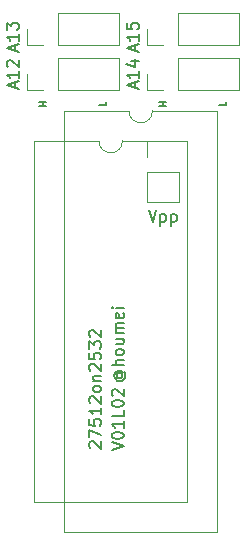
<source format=gto>
G04 #@! TF.GenerationSoftware,KiCad,Pcbnew,(5.1.8)-1*
G04 #@! TF.CreationDate,2022-11-25T20:18:31+09:00*
G04 #@! TF.ProjectId,MZ80CGROM,4d5a3830-4347-4524-9f4d-2e6b69636164,rev?*
G04 #@! TF.SameCoordinates,PX48ab840PY9157080*
G04 #@! TF.FileFunction,Legend,Top*
G04 #@! TF.FilePolarity,Positive*
%FSLAX46Y46*%
G04 Gerber Fmt 4.6, Leading zero omitted, Abs format (unit mm)*
G04 Created by KiCad (PCBNEW (5.1.8)-1) date 2022-11-25 20:18:31*
%MOMM*%
%LPD*%
G01*
G04 APERTURE LIST*
%ADD10C,0.150000*%
%ADD11C,0.120000*%
G04 APERTURE END LIST*
D10*
X12096904Y27852620D02*
X12430238Y26852620D01*
X12763571Y27852620D01*
X13096904Y27519286D02*
X13096904Y26519286D01*
X13096904Y27471667D02*
X13192142Y27519286D01*
X13382619Y27519286D01*
X13477857Y27471667D01*
X13525476Y27424048D01*
X13573095Y27328810D01*
X13573095Y27043096D01*
X13525476Y26947858D01*
X13477857Y26900239D01*
X13382619Y26852620D01*
X13192142Y26852620D01*
X13096904Y26900239D01*
X14001666Y27519286D02*
X14001666Y26519286D01*
X14001666Y27471667D02*
X14096904Y27519286D01*
X14287380Y27519286D01*
X14382619Y27471667D01*
X14430238Y27424048D01*
X14477857Y27328810D01*
X14477857Y27043096D01*
X14430238Y26947858D01*
X14382619Y26900239D01*
X14287380Y26852620D01*
X14096904Y26852620D01*
X14001666Y26900239D01*
X13606428Y36658572D02*
X13006428Y36658572D01*
X13292142Y36658572D02*
X13292142Y37001429D01*
X13606428Y37001429D02*
X13006428Y37001429D01*
X8526428Y37015715D02*
X8526428Y36730000D01*
X7926428Y36730000D01*
X9501190Y14033810D02*
X9453571Y13986191D01*
X9405952Y13890953D01*
X9405952Y13795715D01*
X9453571Y13700477D01*
X9501190Y13652858D01*
X9596428Y13605239D01*
X9691666Y13605239D01*
X9786904Y13652858D01*
X9834523Y13700477D01*
X9882142Y13795715D01*
X9882142Y13890953D01*
X9834523Y13986191D01*
X9786904Y14033810D01*
X9405952Y14033810D02*
X9786904Y14033810D01*
X9834523Y14081429D01*
X9834523Y14129048D01*
X9786904Y14224286D01*
X9691666Y14271905D01*
X9453571Y14271905D01*
X9310714Y14176667D01*
X9215476Y14033810D01*
X9167857Y13843334D01*
X9215476Y13652858D01*
X9310714Y13510000D01*
X9453571Y13414762D01*
X9644047Y13367143D01*
X9834523Y13414762D01*
X9977380Y13510000D01*
X10072619Y13652858D01*
X10120238Y13843334D01*
X10072619Y14033810D01*
X9977380Y14176667D01*
X9977380Y14700477D02*
X8977380Y14700477D01*
X9977380Y15129048D02*
X9453571Y15129048D01*
X9358333Y15081429D01*
X9310714Y14986191D01*
X9310714Y14843334D01*
X9358333Y14748096D01*
X9405952Y14700477D01*
X9977380Y15748096D02*
X9929761Y15652858D01*
X9882142Y15605239D01*
X9786904Y15557620D01*
X9501190Y15557620D01*
X9405952Y15605239D01*
X9358333Y15652858D01*
X9310714Y15748096D01*
X9310714Y15890953D01*
X9358333Y15986191D01*
X9405952Y16033810D01*
X9501190Y16081429D01*
X9786904Y16081429D01*
X9882142Y16033810D01*
X9929761Y15986191D01*
X9977380Y15890953D01*
X9977380Y15748096D01*
X9310714Y16938572D02*
X9977380Y16938572D01*
X9310714Y16510000D02*
X9834523Y16510000D01*
X9929761Y16557620D01*
X9977380Y16652858D01*
X9977380Y16795715D01*
X9929761Y16890953D01*
X9882142Y16938572D01*
X9977380Y17414762D02*
X9310714Y17414762D01*
X9405952Y17414762D02*
X9358333Y17462381D01*
X9310714Y17557620D01*
X9310714Y17700477D01*
X9358333Y17795715D01*
X9453571Y17843334D01*
X9977380Y17843334D01*
X9453571Y17843334D02*
X9358333Y17890953D01*
X9310714Y17986191D01*
X9310714Y18129048D01*
X9358333Y18224286D01*
X9453571Y18271905D01*
X9977380Y18271905D01*
X9929761Y19129048D02*
X9977380Y19033810D01*
X9977380Y18843334D01*
X9929761Y18748096D01*
X9834523Y18700477D01*
X9453571Y18700477D01*
X9358333Y18748096D01*
X9310714Y18843334D01*
X9310714Y19033810D01*
X9358333Y19129048D01*
X9453571Y19176667D01*
X9548809Y19176667D01*
X9644047Y18700477D01*
X9977380Y19605239D02*
X9310714Y19605239D01*
X8977380Y19605239D02*
X9025000Y19557620D01*
X9072619Y19605239D01*
X9025000Y19652858D01*
X8977380Y19605239D01*
X9072619Y19605239D01*
X8977380Y7517143D02*
X9977380Y7850477D01*
X8977380Y8183810D01*
X8977380Y8707620D02*
X8977380Y8802858D01*
X9025000Y8898096D01*
X9072619Y8945715D01*
X9167857Y8993334D01*
X9358333Y9040953D01*
X9596428Y9040953D01*
X9786904Y8993334D01*
X9882142Y8945715D01*
X9929761Y8898096D01*
X9977380Y8802858D01*
X9977380Y8707620D01*
X9929761Y8612381D01*
X9882142Y8564762D01*
X9786904Y8517143D01*
X9596428Y8469524D01*
X9358333Y8469524D01*
X9167857Y8517143D01*
X9072619Y8564762D01*
X9025000Y8612381D01*
X8977380Y8707620D01*
X9977380Y9993334D02*
X9977380Y9421905D01*
X9977380Y9707620D02*
X8977380Y9707620D01*
X9120238Y9612381D01*
X9215476Y9517143D01*
X9263095Y9421905D01*
X9977380Y10898096D02*
X9977380Y10421905D01*
X8977380Y10421905D01*
X8977380Y11421905D02*
X8977380Y11517143D01*
X9025000Y11612381D01*
X9072619Y11660000D01*
X9167857Y11707620D01*
X9358333Y11755239D01*
X9596428Y11755239D01*
X9786904Y11707620D01*
X9882142Y11660000D01*
X9929761Y11612381D01*
X9977380Y11517143D01*
X9977380Y11421905D01*
X9929761Y11326667D01*
X9882142Y11279048D01*
X9786904Y11231429D01*
X9596428Y11183810D01*
X9358333Y11183810D01*
X9167857Y11231429D01*
X9072619Y11279048D01*
X9025000Y11326667D01*
X8977380Y11421905D01*
X9072619Y12136191D02*
X9025000Y12183810D01*
X8977380Y12279048D01*
X8977380Y12517143D01*
X9025000Y12612381D01*
X9072619Y12660000D01*
X9167857Y12707620D01*
X9263095Y12707620D01*
X9405952Y12660000D01*
X9977380Y12088572D01*
X9977380Y12707620D01*
X7167619Y7700000D02*
X7120000Y7747620D01*
X7072380Y7842858D01*
X7072380Y8080953D01*
X7120000Y8176191D01*
X7167619Y8223810D01*
X7262857Y8271429D01*
X7358095Y8271429D01*
X7500952Y8223810D01*
X8072380Y7652381D01*
X8072380Y8271429D01*
X7072380Y8604762D02*
X7072380Y9271429D01*
X8072380Y8842858D01*
X7072380Y10128572D02*
X7072380Y9652381D01*
X7548571Y9604762D01*
X7500952Y9652381D01*
X7453333Y9747620D01*
X7453333Y9985715D01*
X7500952Y10080953D01*
X7548571Y10128572D01*
X7643809Y10176191D01*
X7881904Y10176191D01*
X7977142Y10128572D01*
X8024761Y10080953D01*
X8072380Y9985715D01*
X8072380Y9747620D01*
X8024761Y9652381D01*
X7977142Y9604762D01*
X8072380Y11128572D02*
X8072380Y10557143D01*
X8072380Y10842858D02*
X7072380Y10842858D01*
X7215238Y10747620D01*
X7310476Y10652381D01*
X7358095Y10557143D01*
X7167619Y11509524D02*
X7120000Y11557143D01*
X7072380Y11652381D01*
X7072380Y11890477D01*
X7120000Y11985715D01*
X7167619Y12033334D01*
X7262857Y12080953D01*
X7358095Y12080953D01*
X7500952Y12033334D01*
X8072380Y11461905D01*
X8072380Y12080953D01*
X8072380Y12652381D02*
X8024761Y12557143D01*
X7977142Y12509524D01*
X7881904Y12461905D01*
X7596190Y12461905D01*
X7500952Y12509524D01*
X7453333Y12557143D01*
X7405714Y12652381D01*
X7405714Y12795239D01*
X7453333Y12890477D01*
X7500952Y12938096D01*
X7596190Y12985715D01*
X7881904Y12985715D01*
X7977142Y12938096D01*
X8024761Y12890477D01*
X8072380Y12795239D01*
X8072380Y12652381D01*
X7405714Y13414286D02*
X8072380Y13414286D01*
X7500952Y13414286D02*
X7453333Y13461905D01*
X7405714Y13557143D01*
X7405714Y13700000D01*
X7453333Y13795239D01*
X7548571Y13842858D01*
X8072380Y13842858D01*
X7167619Y14271429D02*
X7120000Y14319048D01*
X7072380Y14414286D01*
X7072380Y14652381D01*
X7120000Y14747620D01*
X7167619Y14795239D01*
X7262857Y14842858D01*
X7358095Y14842858D01*
X7500952Y14795239D01*
X8072380Y14223810D01*
X8072380Y14842858D01*
X7072380Y15747620D02*
X7072380Y15271429D01*
X7548571Y15223810D01*
X7500952Y15271429D01*
X7453333Y15366667D01*
X7453333Y15604762D01*
X7500952Y15700000D01*
X7548571Y15747620D01*
X7643809Y15795239D01*
X7881904Y15795239D01*
X7977142Y15747620D01*
X8024761Y15700000D01*
X8072380Y15604762D01*
X8072380Y15366667D01*
X8024761Y15271429D01*
X7977142Y15223810D01*
X7072380Y16128572D02*
X7072380Y16747620D01*
X7453333Y16414286D01*
X7453333Y16557143D01*
X7500952Y16652381D01*
X7548571Y16700000D01*
X7643809Y16747620D01*
X7881904Y16747620D01*
X7977142Y16700000D01*
X8024761Y16652381D01*
X8072380Y16557143D01*
X8072380Y16271429D01*
X8024761Y16176191D01*
X7977142Y16128572D01*
X7167619Y17128572D02*
X7120000Y17176191D01*
X7072380Y17271429D01*
X7072380Y17509524D01*
X7120000Y17604762D01*
X7167619Y17652381D01*
X7262857Y17700000D01*
X7358095Y17700000D01*
X7500952Y17652381D01*
X8072380Y17080953D01*
X8072380Y17700000D01*
X3446428Y36658572D02*
X2846428Y36658572D01*
X3132142Y36658572D02*
X3132142Y37001429D01*
X3446428Y37001429D02*
X2846428Y37001429D01*
X18686428Y37015715D02*
X18686428Y36730000D01*
X18086428Y36730000D01*
X10961666Y41354524D02*
X10961666Y41830715D01*
X11247380Y41259286D02*
X10247380Y41592620D01*
X11247380Y41925953D01*
X11247380Y42783096D02*
X11247380Y42211667D01*
X11247380Y42497381D02*
X10247380Y42497381D01*
X10390238Y42402143D01*
X10485476Y42306905D01*
X10533095Y42211667D01*
X10247380Y43687858D02*
X10247380Y43211667D01*
X10723571Y43164048D01*
X10675952Y43211667D01*
X10628333Y43306905D01*
X10628333Y43545000D01*
X10675952Y43640239D01*
X10723571Y43687858D01*
X10818809Y43735477D01*
X11056904Y43735477D01*
X11152142Y43687858D01*
X11199761Y43640239D01*
X11247380Y43545000D01*
X11247380Y43306905D01*
X11199761Y43211667D01*
X11152142Y43164048D01*
X10961666Y38179524D02*
X10961666Y38655715D01*
X11247380Y38084286D02*
X10247380Y38417620D01*
X11247380Y38750953D01*
X11247380Y39608096D02*
X11247380Y39036667D01*
X11247380Y39322381D02*
X10247380Y39322381D01*
X10390238Y39227143D01*
X10485476Y39131905D01*
X10533095Y39036667D01*
X10580714Y40465239D02*
X11247380Y40465239D01*
X10199761Y40227143D02*
X10914047Y39989048D01*
X10914047Y40608096D01*
X801666Y41354524D02*
X801666Y41830715D01*
X1087380Y41259286D02*
X87380Y41592620D01*
X1087380Y41925953D01*
X1087380Y42783096D02*
X1087380Y42211667D01*
X1087380Y42497381D02*
X87380Y42497381D01*
X230238Y42402143D01*
X325476Y42306905D01*
X373095Y42211667D01*
X87380Y43116429D02*
X87380Y43735477D01*
X468333Y43402143D01*
X468333Y43545000D01*
X515952Y43640239D01*
X563571Y43687858D01*
X658809Y43735477D01*
X896904Y43735477D01*
X992142Y43687858D01*
X1039761Y43640239D01*
X1087380Y43545000D01*
X1087380Y43259286D01*
X1039761Y43164048D01*
X992142Y43116429D01*
X801666Y38179524D02*
X801666Y38655715D01*
X1087380Y38084286D02*
X87380Y38417620D01*
X1087380Y38750953D01*
X1087380Y39608096D02*
X1087380Y39036667D01*
X1087380Y39322381D02*
X87380Y39322381D01*
X230238Y39227143D01*
X325476Y39131905D01*
X373095Y39036667D01*
X182619Y39989048D02*
X135000Y40036667D01*
X87380Y40131905D01*
X87380Y40370000D01*
X135000Y40465239D01*
X182619Y40512858D01*
X277857Y40560477D01*
X373095Y40560477D01*
X515952Y40512858D01*
X1087380Y39941429D01*
X1087380Y40560477D01*
D11*
X12005000Y33715000D02*
X13335000Y33715000D01*
X12005000Y32385000D02*
X12005000Y33715000D01*
X12005000Y31115000D02*
X14665000Y31115000D01*
X14665000Y31115000D02*
X14665000Y28515000D01*
X12005000Y31115000D02*
X12005000Y28515000D01*
X12005000Y28515000D02*
X14665000Y28515000D01*
X17890000Y36255000D02*
X12430000Y36255000D01*
X17890000Y575000D02*
X17890000Y36255000D01*
X4970000Y575000D02*
X17890000Y575000D01*
X4970000Y36255000D02*
X4970000Y575000D01*
X10430000Y36255000D02*
X4970000Y36255000D01*
X12430000Y36255000D02*
G75*
G02*
X10430000Y36255000I-1000000J0D01*
G01*
X15350000Y33715000D02*
X9890000Y33715000D01*
X15350000Y3115000D02*
X15350000Y33715000D01*
X2430000Y3115000D02*
X15350000Y3115000D01*
X2430000Y33715000D02*
X2430000Y3115000D01*
X7890000Y33715000D02*
X2430000Y33715000D01*
X9890000Y33715000D02*
G75*
G02*
X7890000Y33715000I-1000000J0D01*
G01*
X1845000Y38040000D02*
X1845000Y39370000D01*
X3175000Y38040000D02*
X1845000Y38040000D01*
X4445000Y38040000D02*
X4445000Y40700000D01*
X4445000Y40700000D02*
X9585000Y40700000D01*
X4445000Y38040000D02*
X9585000Y38040000D01*
X9585000Y38040000D02*
X9585000Y40700000D01*
X9585000Y41850000D02*
X9585000Y44510000D01*
X4445000Y41850000D02*
X9585000Y41850000D01*
X4445000Y44510000D02*
X9585000Y44510000D01*
X4445000Y41850000D02*
X4445000Y44510000D01*
X3175000Y41850000D02*
X1845000Y41850000D01*
X1845000Y41850000D02*
X1845000Y43180000D01*
X12005000Y38040000D02*
X12005000Y39370000D01*
X13335000Y38040000D02*
X12005000Y38040000D01*
X14605000Y38040000D02*
X14605000Y40700000D01*
X14605000Y40700000D02*
X19745000Y40700000D01*
X14605000Y38040000D02*
X19745000Y38040000D01*
X19745000Y38040000D02*
X19745000Y40700000D01*
X19745000Y41850000D02*
X19745000Y44510000D01*
X14605000Y41850000D02*
X19745000Y41850000D01*
X14605000Y44510000D02*
X19745000Y44510000D01*
X14605000Y41850000D02*
X14605000Y44510000D01*
X13335000Y41850000D02*
X12005000Y41850000D01*
X12005000Y41850000D02*
X12005000Y43180000D01*
M02*

</source>
